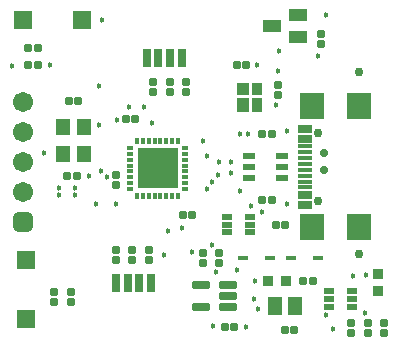
<source format=gts>
%FSTAX23Y23*%
%MOIN*%
%SFA1B1*%

%IPPOS*%
%AMD43*
4,1,8,-0.006200,-0.012700,0.006200,-0.012700,0.013900,-0.005000,0.013900,0.005000,0.006200,0.012700,-0.006200,0.012700,-0.013900,0.005000,-0.013900,-0.005000,-0.006200,-0.012700,0.0*
1,1,0.015362,-0.006200,-0.005000*
1,1,0.015362,0.006200,-0.005000*
1,1,0.015362,0.006200,0.005000*
1,1,0.015362,-0.006200,0.005000*
%
%AMD45*
4,1,8,-0.012700,0.006200,-0.012700,-0.006200,-0.005000,-0.013900,0.005000,-0.013900,0.012700,-0.006200,0.012700,0.006200,0.005000,0.013900,-0.005000,0.013900,-0.012700,0.006200,0.0*
1,1,0.015362,-0.005000,0.006200*
1,1,0.015362,-0.005000,-0.006200*
1,1,0.015362,0.005000,-0.006200*
1,1,0.015362,0.005000,0.006200*
%
%AMD55*
4,1,8,-0.028600,0.010000,-0.028600,-0.010000,-0.024800,-0.013900,0.024800,-0.013900,0.028600,-0.010000,0.028600,0.010000,0.024800,0.013900,-0.024800,0.013900,-0.028600,0.010000,0.0*
1,1,0.007638,-0.024800,0.010000*
1,1,0.007638,-0.024800,-0.010000*
1,1,0.007638,0.024800,-0.010000*
1,1,0.007638,0.024800,0.010000*
%
%AMD63*
4,1,8,-0.033500,0.015700,-0.033500,-0.015700,-0.015700,-0.033500,0.015700,-0.033500,0.033500,-0.015700,0.033500,0.015700,0.015700,0.033500,-0.015700,0.033500,-0.033500,0.015700,0.0*
1,1,0.035591,-0.015700,0.015700*
1,1,0.035591,-0.015700,-0.015700*
1,1,0.035591,0.015700,-0.015700*
1,1,0.035591,0.015700,0.015700*
%
%ADD21R,0.026000X0.061000*%
%ADD22R,0.032000X0.016000*%
%ADD40R,0.023622X0.011811*%
%ADD41R,0.011811X0.023622*%
%ADD42R,0.038500X0.022000*%
G04~CAMADD=43~8~0.0~0.0~277.2~253.5~76.8~0.0~15~0.0~0.0~0.0~0.0~0~0.0~0.0~0.0~0.0~0~0.0~0.0~0.0~180.0~278.0~254.0*
%ADD43D43*%
%ADD44R,0.047401X0.055275*%
G04~CAMADD=45~8~0.0~0.0~277.2~253.5~76.8~0.0~15~0.0~0.0~0.0~0.0~0~0.0~0.0~0.0~0.0~0~0.0~0.0~0.0~90.0~254.0~278.0*
%ADD45D45*%
%ADD46R,0.064094X0.064094*%
%ADD47R,0.033465X0.019685*%
%ADD48R,0.082834X0.089921*%
%ADD49R,0.049370X0.015905*%
%ADD50R,0.049370X0.027716*%
%ADD51R,0.035590X0.035590*%
%ADD52R,0.035590X0.035590*%
%ADD53R,0.047401X0.060394*%
%ADD54R,0.064094X0.064094*%
G04~CAMADD=55~8~0.0~0.0~277.2~572.4~38.2~0.0~15~0.0~0.0~0.0~0.0~0~0.0~0.0~0.0~0.0~0~0.0~0.0~0.0~90.0~573.0~277.0*
%ADD55D55*%
%ADD56R,0.042283X0.041496*%
%ADD57R,0.042283X0.049370*%
%ADD58R,0.037559X0.049370*%
%ADD59R,0.037559X0.041496*%
%ADD60R,0.059212X0.043464*%
%ADD61R,0.136000X0.136000*%
%ADD62C,0.067086*%
G04~CAMADD=63~8~0.0~0.0~670.9~670.9~178.0~0.0~15~0.0~0.0~0.0~0.0~0~0.0~0.0~0.0~0.0~0~0.0~0.0~0.0~90.0~670.0~670.0*
%ADD63D63*%
%ADD64C,0.029685*%
%ADD65C,0.017874*%
%ADD66C,0.029094*%
%LNcoaster-1*%
%LPD*%
G54D21*
X00504Y00202D03*
X00464D03*
X00425D03*
X00385D03*
X00606Y00952D03*
X00567D03*
X00527D03*
X00488D03*
G54D22*
X00901Y00285D03*
X00809D03*
X00969D03*
X01061D03*
G54D40*
X00432Y00653D03*
Y00634D03*
Y00614D03*
Y00594D03*
Y00575D03*
Y00555D03*
Y00535D03*
Y00516D03*
X00617D03*
Y00535D03*
Y00555D03*
Y00575D03*
Y00594D03*
Y00614D03*
Y00634D03*
Y00653D03*
G54D41*
X00456Y00492D03*
X00475D03*
X00495D03*
X00515D03*
X00534D03*
X00554D03*
X00574D03*
X00593D03*
Y00677D03*
X00574D03*
X00554D03*
X00534D03*
X00515D03*
X00495D03*
X00475D03*
X00456D03*
G54D42*
X00938Y00551D03*
Y00588D03*
Y00625D03*
X0083D03*
Y00588D03*
Y00551D03*
G54D43*
X00385Y00561D03*
Y00528D03*
X0117Y00036D03*
Y0007D03*
X00925Y00828D03*
Y00861D03*
X0051Y00838D03*
Y00871D03*
X00495Y00311D03*
Y00278D03*
X0107Y01031D03*
Y00998D03*
X01225Y00036D03*
Y0007D03*
X0018Y00138D03*
Y00171D03*
X00235D03*
Y00138D03*
X0128Y00036D03*
Y0007D03*
X00675Y00268D03*
Y00301D03*
X0073D03*
Y00268D03*
X00385Y00311D03*
Y00278D03*
X00565Y00838D03*
Y00871D03*
X0062Y00838D03*
Y00871D03*
X0044Y00311D03*
Y00278D03*
G54D44*
X00209Y00722D03*
Y00632D03*
X0028D03*
Y00722D03*
G54D45*
X00981Y00045D03*
X00948D03*
X00608Y0043D03*
X00641D03*
X00451Y0075D03*
X00418D03*
X00748Y00055D03*
X00781D03*
X00126Y00985D03*
X00093D03*
X00821Y0093D03*
X00788D03*
X00951Y00395D03*
X00918D03*
X00126Y0093D03*
X00093D03*
X01043Y0021D03*
X01009D03*
X00906Y0048D03*
X00873D03*
Y007D03*
X00906D03*
X00228Y0081D03*
X00261D03*
X00256Y0056D03*
X00223D03*
G54D46*
X00075Y0108D03*
X00274D03*
G54D47*
X00756Y00371D03*
Y00397D03*
Y00423D03*
X00833D03*
Y00397D03*
Y00371D03*
X01173Y00124D03*
Y0015D03*
Y00175D03*
X01096D03*
Y0015D03*
Y00124D03*
G54D48*
X01195Y00791D03*
Y00388D03*
X0104Y00791D03*
Y00388D03*
G54D49*
X01017Y00599D03*
Y0058D03*
Y00619D03*
Y0056D03*
Y00639D03*
Y0054D03*
Y00658D03*
Y00521D03*
G54D50*
X01017Y00715D03*
Y00684D03*
Y00495D03*
Y00464D03*
G54D51*
X00894Y0021D03*
X00953D03*
G54D52*
X0126Y00234D03*
Y00175D03*
G54D53*
X00984Y00125D03*
X00915D03*
G54D54*
X00085Y0028D03*
Y00081D03*
G54D55*
X00668Y00122D03*
Y00197D03*
X00761D03*
Y0016D03*
Y00122D03*
G54D56*
X00808Y00848D03*
G54D57*
X00808Y00795D03*
G54D58*
X00856Y00795D03*
G54D59*
X00856Y00848D03*
G54D60*
X00906Y0106D03*
X00993Y01097D03*
Y01022D03*
G54D61*
X00525Y00585D03*
G54D62*
X00075Y00807D03*
Y00707D03*
Y00507D03*
Y00607D03*
G54D63*
X00075Y00407D03*
G54D64*
X0106Y00703D03*
Y00476D03*
X01195Y00905D03*
Y003D03*
G54D65*
X00675Y00675D03*
X0073Y00605D03*
X0069Y00515D03*
X00705Y0054D03*
X00873Y0044D03*
X00385Y00465D03*
X00725Y00563D03*
X00545Y00295D03*
X008Y0051D03*
Y007D03*
X0034Y0108D03*
X01085Y01095D03*
X00525Y00585D03*
X0058Y0064D03*
X0047Y0053D03*
X0058D03*
X0047Y0064D03*
X0039Y00745D03*
X00335Y00575D03*
X0032Y00465D03*
X0056Y00375D03*
X00295Y0056D03*
X00165Y0093D03*
X0043Y0079D03*
X0033Y0073D03*
X00145Y00635D03*
X00705Y0033D03*
X0071Y0006D03*
X00845Y0015D03*
X0072Y0024D03*
X0064Y00305D03*
X00605Y00385D03*
X00835Y0046D03*
X0085Y0021D03*
X00355Y00555D03*
X0048Y0079D03*
X00505Y00735D03*
X0086Y00115D03*
X0093Y00975D03*
X0092Y00795D03*
X0106Y0096D03*
X00195Y00495D03*
X0025D03*
X0069Y00625D03*
X00195Y0052D03*
X0025D03*
X0004Y00925D03*
X01085Y00095D03*
X0079Y00245D03*
X0082Y00055D03*
X0122Y0023D03*
X01215Y00104D03*
X01175Y00225D03*
X0111Y0005D03*
X0077Y0057D03*
Y00605D03*
X00825Y007D03*
X00855Y0093D03*
X00925Y0091D03*
X00955Y0071D03*
Y00465D03*
X0033Y0086D03*
G54D66*
X0108Y0058D03*
Y00635D03*
M02*
</source>
